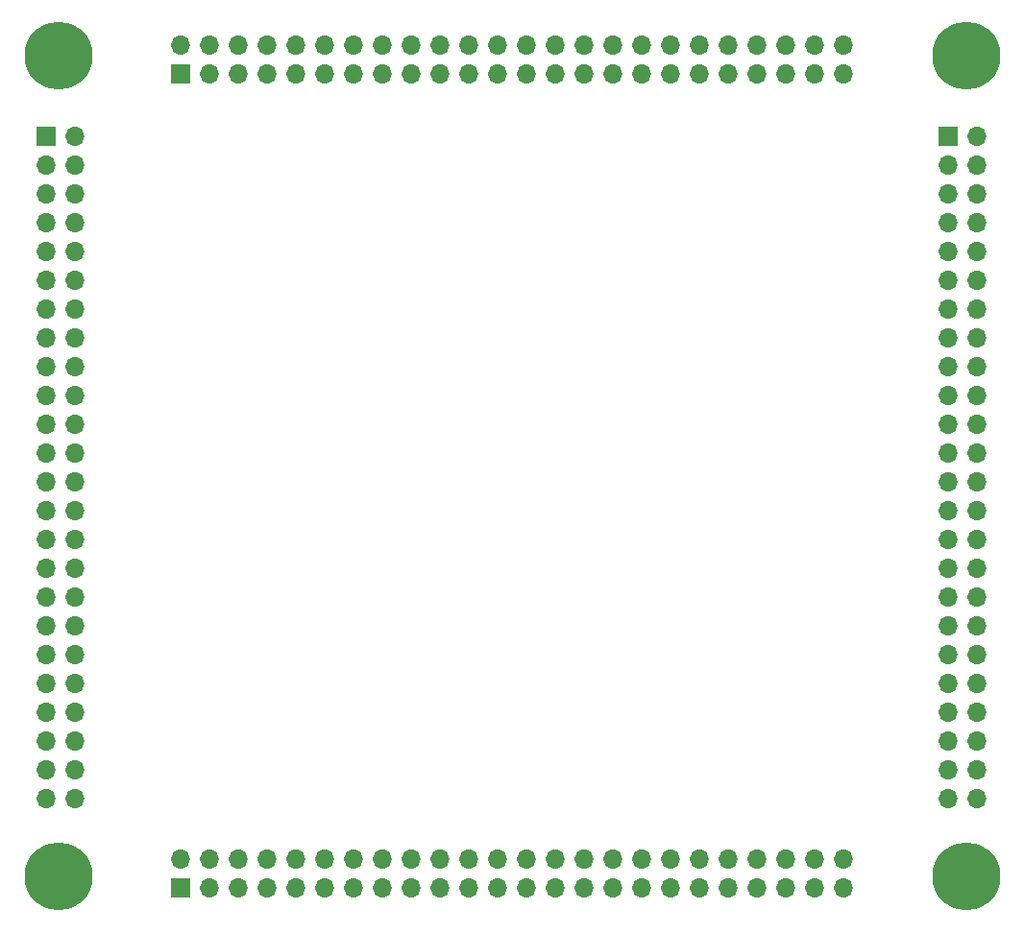
<source format=gbr>
%TF.GenerationSoftware,KiCad,Pcbnew,(5.1.10-1-10_14)*%
%TF.CreationDate,2021-09-15T12:17:34-04:00*%
%TF.ProjectId,prototype-bus-board,70726f74-6f74-4797-9065-2d6275732d62,rev?*%
%TF.SameCoordinates,Original*%
%TF.FileFunction,Soldermask,Bot*%
%TF.FilePolarity,Negative*%
%FSLAX46Y46*%
G04 Gerber Fmt 4.6, Leading zero omitted, Abs format (unit mm)*
G04 Created by KiCad (PCBNEW (5.1.10-1-10_14)) date 2021-09-15 12:17:34*
%MOMM*%
%LPD*%
G01*
G04 APERTURE LIST*
%ADD10C,0.800000*%
%ADD11C,6.000000*%
%ADD12O,1.700000X1.700000*%
%ADD13R,1.700000X1.700000*%
G04 APERTURE END LIST*
D10*
%TO.C,REF\u002A\u002A*%
X181168990Y-57845010D03*
X179578000Y-57186000D03*
X177987010Y-57845010D03*
X177328000Y-59436000D03*
X177987010Y-61026990D03*
X179578000Y-61686000D03*
X181168990Y-61026990D03*
X181828000Y-59436000D03*
D11*
X179578000Y-59436000D03*
%TD*%
%TO.C,REF\u002A\u002A*%
X179578000Y-131826000D03*
D10*
X181828000Y-131826000D03*
X181168990Y-133416990D03*
X179578000Y-134076000D03*
X177987010Y-133416990D03*
X177328000Y-131826000D03*
X177987010Y-130235010D03*
X179578000Y-129576000D03*
X181168990Y-130235010D03*
%TD*%
%TO.C,REF\u002A\u002A*%
X261178990Y-130235010D03*
X259588000Y-129576000D03*
X257997010Y-130235010D03*
X257338000Y-131826000D03*
X257997010Y-133416990D03*
X259588000Y-134076000D03*
X261178990Y-133416990D03*
X261838000Y-131826000D03*
D11*
X259588000Y-131826000D03*
%TD*%
%TO.C,REF\u002A\u002A*%
X259588000Y-59436000D03*
D10*
X261838000Y-59436000D03*
X261178990Y-61026990D03*
X259588000Y-61686000D03*
X257997010Y-61026990D03*
X257338000Y-59436000D03*
X257997010Y-57845010D03*
X259588000Y-57186000D03*
X261178990Y-57845010D03*
%TD*%
D12*
%TO.C,J4*%
X248800000Y-58430000D03*
X248800000Y-60970000D03*
X246260000Y-58430000D03*
X246260000Y-60970000D03*
X243720000Y-58430000D03*
X243720000Y-60970000D03*
X241180000Y-58430000D03*
X241180000Y-60970000D03*
X238640000Y-58430000D03*
X238640000Y-60970000D03*
X236100000Y-58430000D03*
X236100000Y-60970000D03*
X233560000Y-58430000D03*
X233560000Y-60970000D03*
X231020000Y-58430000D03*
X231020000Y-60970000D03*
X228480000Y-58430000D03*
X228480000Y-60970000D03*
X225940000Y-58430000D03*
X225940000Y-60970000D03*
X223400000Y-58430000D03*
X223400000Y-60970000D03*
X220860000Y-58430000D03*
X220860000Y-60970000D03*
X218320000Y-58430000D03*
X218320000Y-60970000D03*
X215780000Y-58430000D03*
X215780000Y-60970000D03*
X213240000Y-58430000D03*
X213240000Y-60970000D03*
X210700000Y-58430000D03*
X210700000Y-60970000D03*
X208160000Y-58430000D03*
X208160000Y-60970000D03*
X205620000Y-58430000D03*
X205620000Y-60970000D03*
X203080000Y-58430000D03*
X203080000Y-60970000D03*
X200540000Y-58430000D03*
X200540000Y-60970000D03*
X198000000Y-58430000D03*
X198000000Y-60970000D03*
X195460000Y-58430000D03*
X195460000Y-60970000D03*
X192920000Y-58430000D03*
X192920000Y-60970000D03*
X190380000Y-58430000D03*
D13*
X190380000Y-60970000D03*
%TD*%
D12*
%TO.C,J3*%
X248790000Y-130280000D03*
X248790000Y-132820000D03*
X246250000Y-130280000D03*
X246250000Y-132820000D03*
X243710000Y-130280000D03*
X243710000Y-132820000D03*
X241170000Y-130280000D03*
X241170000Y-132820000D03*
X238630000Y-130280000D03*
X238630000Y-132820000D03*
X236090000Y-130280000D03*
X236090000Y-132820000D03*
X233550000Y-130280000D03*
X233550000Y-132820000D03*
X231010000Y-130280000D03*
X231010000Y-132820000D03*
X228470000Y-130280000D03*
X228470000Y-132820000D03*
X225930000Y-130280000D03*
X225930000Y-132820000D03*
X223390000Y-130280000D03*
X223390000Y-132820000D03*
X220850000Y-130280000D03*
X220850000Y-132820000D03*
X218310000Y-130280000D03*
X218310000Y-132820000D03*
X215770000Y-130280000D03*
X215770000Y-132820000D03*
X213230000Y-130280000D03*
X213230000Y-132820000D03*
X210690000Y-130280000D03*
X210690000Y-132820000D03*
X208150000Y-130280000D03*
X208150000Y-132820000D03*
X205610000Y-130280000D03*
X205610000Y-132820000D03*
X203070000Y-130280000D03*
X203070000Y-132820000D03*
X200530000Y-130280000D03*
X200530000Y-132820000D03*
X197990000Y-130280000D03*
X197990000Y-132820000D03*
X195450000Y-130280000D03*
X195450000Y-132820000D03*
X192910000Y-130280000D03*
X192910000Y-132820000D03*
X190370000Y-130280000D03*
D13*
X190370000Y-132820000D03*
%TD*%
D12*
%TO.C,J2*%
X260560000Y-124960000D03*
X258020000Y-124960000D03*
X260560000Y-122420000D03*
X258020000Y-122420000D03*
X260560000Y-119880000D03*
X258020000Y-119880000D03*
X260560000Y-117340000D03*
X258020000Y-117340000D03*
X260560000Y-114800000D03*
X258020000Y-114800000D03*
X260560000Y-112260000D03*
X258020000Y-112260000D03*
X260560000Y-109720000D03*
X258020000Y-109720000D03*
X260560000Y-107180000D03*
X258020000Y-107180000D03*
X260560000Y-104640000D03*
X258020000Y-104640000D03*
X260560000Y-102100000D03*
X258020000Y-102100000D03*
X260560000Y-99560000D03*
X258020000Y-99560000D03*
X260560000Y-97020000D03*
X258020000Y-97020000D03*
X260560000Y-94480000D03*
X258020000Y-94480000D03*
X260560000Y-91940000D03*
X258020000Y-91940000D03*
X260560000Y-89400000D03*
X258020000Y-89400000D03*
X260560000Y-86860000D03*
X258020000Y-86860000D03*
X260560000Y-84320000D03*
X258020000Y-84320000D03*
X260560000Y-81780000D03*
X258020000Y-81780000D03*
X260560000Y-79240000D03*
X258020000Y-79240000D03*
X260560000Y-76700000D03*
X258020000Y-76700000D03*
X260560000Y-74160000D03*
X258020000Y-74160000D03*
X260560000Y-71620000D03*
X258020000Y-71620000D03*
X260560000Y-69080000D03*
X258020000Y-69080000D03*
X260560000Y-66540000D03*
D13*
X258020000Y-66540000D03*
%TD*%
D12*
%TO.C,J1*%
X181038000Y-124974000D03*
X178498000Y-124974000D03*
X181038000Y-122434000D03*
X178498000Y-122434000D03*
X181038000Y-119894000D03*
X178498000Y-119894000D03*
X181038000Y-117354000D03*
X178498000Y-117354000D03*
X181038000Y-114814000D03*
X178498000Y-114814000D03*
X181038000Y-112274000D03*
X178498000Y-112274000D03*
X181038000Y-109734000D03*
X178498000Y-109734000D03*
X181038000Y-107194000D03*
X178498000Y-107194000D03*
X181038000Y-104654000D03*
X178498000Y-104654000D03*
X181038000Y-102114000D03*
X178498000Y-102114000D03*
X181038000Y-99574000D03*
X178498000Y-99574000D03*
X181038000Y-97034000D03*
X178498000Y-97034000D03*
X181038000Y-94494000D03*
X178498000Y-94494000D03*
X181038000Y-91954000D03*
X178498000Y-91954000D03*
X181038000Y-89414000D03*
X178498000Y-89414000D03*
X181038000Y-86874000D03*
X178498000Y-86874000D03*
X181038000Y-84334000D03*
X178498000Y-84334000D03*
X181038000Y-81794000D03*
X178498000Y-81794000D03*
X181038000Y-79254000D03*
X178498000Y-79254000D03*
X181038000Y-76714000D03*
X178498000Y-76714000D03*
X181038000Y-74174000D03*
X178498000Y-74174000D03*
X181038000Y-71634000D03*
X178498000Y-71634000D03*
X181038000Y-69094000D03*
X178498000Y-69094000D03*
X181038000Y-66554000D03*
D13*
X178498000Y-66554000D03*
%TD*%
M02*

</source>
